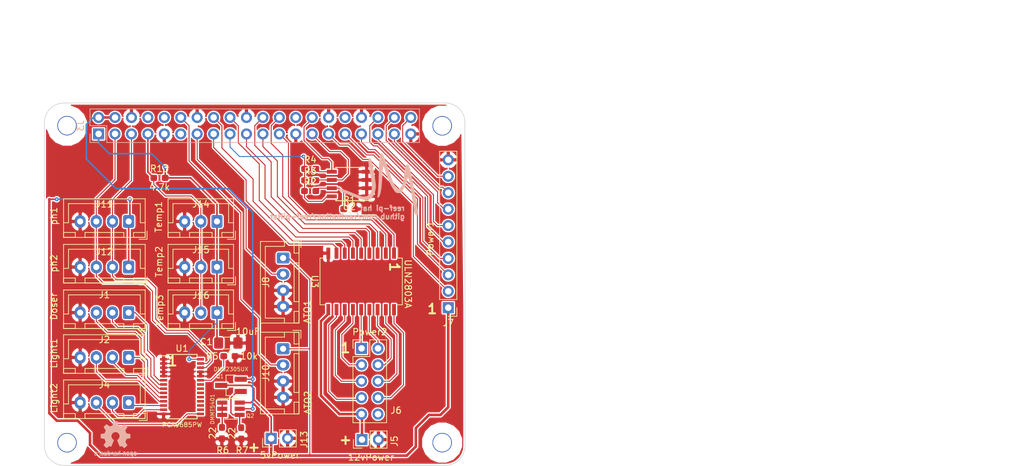
<source format=kicad_pcb>
(kicad_pcb (version 20171130) (host pcbnew "(5.0.1)-3")
  (layers (0 F.Cu signal) (31 B.Cu signal) (34 B.Paste user) (35 F.Paste user) (36 B.SilkS user) (37 F.SilkS user) (38 B.Mask user) (39 F.Mask user) (44 Edge.Cuts user))
  (net 0 "")
  (net 1 GND)
  (net 2 /ID_SD_EEPROM)
  (net 3 /ID_SC_EEPROM)
  (net 4 /P3V3_HAT)
  (net 5 /P5V)
  (net 6 "Net-(J3-Pad8)")
  (net 7 "Net-(J3-Pad10)")
  (net 8 "Net-(J3-Pad26)")
  (net 9 "Net-(J3-Pad32)")
  (net 10 "Net-(J1-Pad3)")
  (net 11 "Net-(J1-Pad2)")
  (net 12 "Net-(J1-Pad1)")
  (net 13 "Net-(J2-Pad1)")
  (net 14 "Net-(J2-Pad2)")
  (net 15 "Net-(J2-Pad3)")
  (net 16 /SDA)
  (net 17 /SCL)
  (net 18 /1WIRE)
  (net 19 /PA1)
  (net 20 /PA2)
  (net 21 /PA3)
  (net 22 /PA6)
  (net 23 /PA7)
  (net 24 /PA4)
  (net 25 /PA5)
  (net 26 /PA8)
  (net 27 /ATO2)
  (net 28 /ATO1)
  (net 29 /PB5)
  (net 30 /PB4)
  (net 31 /PB3)
  (net 32 /PB2)
  (net 33 /PB8)
  (net 34 /PB1)
  (net 35 /PB7)
  (net 36 /PB6)
  (net 37 "Net-(J4-Pad1)")
  (net 38 "Net-(J4-Pad2)")
  (net 39 "Net-(J4-Pad3)")
  (net 40 "Net-(R5-Pad1)")
  (net 41 "Net-(U1-Pad16)")
  (net 42 "Net-(U1-Pad17)")
  (net 43 "Net-(U1-Pad18)")
  (net 44 "Net-(U1-Pad22)")
  (net 45 "Net-(U1-Pad19)")
  (net 46 "Net-(U1-Pad20)")
  (net 47 "Net-(U1-Pad21)")
  (net 48 /12V)
  (net 49 "Net-(J6-Pad1)")
  (net 50 "Net-(J6-Pad2)")
  (net 51 "Net-(J6-Pad3)")
  (net 52 "Net-(J6-Pad4)")
  (net 53 "Net-(J6-Pad6)")
  (net 54 "Net-(J6-Pad7)")
  (net 55 "Net-(J6-Pad8)")
  (net 56 "Net-(J6-Pad10)")
  (net 57 "Net-(J6-Pad5)")
  (net 58 "Net-(J3-Pad11)")
  (net 59 /P5V_HAT)
  (net 60 "Net-(Q1-Pad1)")
  (net 61 "Net-(R1-Pad1)")
  (net 62 /P3V3)
  (net 63 "Net-(Q1-Pad4)")
  (module ml_logo:ML_Logo (layer B.Cu) (at 130.1115 73.279 180)
    (fp_text reference G*** hide)
    (fp_text value LOGO hide)
  )
  (module Connectors_JST:JST_XH_B03B-XH-A_1x03_P2.50mm_Vertical (layer F.Cu) (at 105.2195 86.1695 180)
    (fp_text reference J15 (at 2.4765 2.667 180) (layer F.SilkS))
    (fp_text value Temp2 (at 8.9535 0.8255 270) (layer F.SilkS))
    (pad 3 thru_hole oval (at 5 0 180) (size 1.7 1.95) (drill 0.95) (layers *.Cu *.Mask) (net 1 GND))
    (pad 2 thru_hole oval (at 2.5 0 180) (size 1.7 1.95) (drill 0.95) (layers *.Cu *.Mask) (net 18 /1WIRE))
    (pad 1 thru_hole roundrect (at 0 0 180) (size 1.7 1.95) (drill 0.95) (layers *.Cu *.Mask) (roundrect_rratio 0.147059) (net 4 /P3V3_HAT))
  )
  (module Connector_JST:JST_XH_B04B-XH-A_1x04_P2.50mm_Vertical (layer F.Cu) (at 91.567 100.1395 180)
    (fp_text reference J2 (at 3.75 2.7305 180) (layer F.SilkS))
    (fp_text value Light1 (at 11.557 0.635 270) (layer F.SilkS))
    (pad 1 thru_hole roundrect (at 0 0 180) (size 1.7 1.95) (drill 0.95) (layers *.Cu *.Mask) (roundrect_rratio 0.147059) (net 13 "Net-(J2-Pad1)"))
    (pad 2 thru_hole oval (at 2.5 0 180) (size 1.7 1.95) (drill 0.95) (layers *.Cu *.Mask) (net 14 "Net-(J2-Pad2)"))
    (pad 3 thru_hole oval (at 5 0 180) (size 1.7 1.95) (drill 0.95) (layers *.Cu *.Mask) (net 15 "Net-(J2-Pad3)"))
    (pad 4 thru_hole oval (at 7.5 0 180) (size 1.7 1.95) (drill 0.95) (layers *.Cu *.Mask) (net 1 GND))
  )
  (module Connector_PinSocket_2.54mm:PinSocket_2x20_P2.54mm_Vertical (layer B.Cu) (at 86.92 65.59 270)
    (fp_text reference J3 (at -1.27 2.77 270) (layer B.SilkS) (effects (justify mirror)))
    (fp_text value 40HAT)
    (pad 1 thru_hole rect (at 0 0 270) (size 1.7 1.7) (drill 1) (layers *.Cu *.Mask) (net 4 /P3V3_HAT))
    (pad 2 thru_hole oval (at -2.54 0 270) (size 1.7 1.7) (drill 1) (layers *.Cu *.Mask) (net 59 /P5V_HAT))
    (pad 3 thru_hole oval (at 0 -2.54 270) (size 1.7 1.7) (drill 1) (layers *.Cu *.Mask) (net 16 /SDA))
    (pad 4 thru_hole oval (at -2.54 -2.54 270) (size 1.7 1.7) (drill 1) (layers *.Cu *.Mask) (net 59 /P5V_HAT))
    (pad 5 thru_hole oval (at 0 -5.08 270) (size 1.7 1.7) (drill 1) (layers *.Cu *.Mask) (net 17 /SCL))
    (pad 6 thru_hole oval (at -2.54 -5.08 270) (size 1.7 1.7) (drill 1) (layers *.Cu *.Mask) (net 1 GND))
    (pad 7 thru_hole oval (at 0 -7.62 270) (size 1.7 1.7) (drill 1) (layers *.Cu *.Mask) (net 18 /1WIRE))
    (pad 8 thru_hole oval (at -2.54 -7.62 270) (size 1.7 1.7) (drill 1) (layers *.Cu *.Mask) (net 6 "Net-(J3-Pad8)"))
    (pad 9 thru_hole oval (at 0 -10.16 270) (size 1.7 1.7) (drill 1) (layers *.Cu *.Mask) (net 1 GND))
    (pad 10 thru_hole oval (at -2.54 -10.16 270) (size 1.7 1.7) (drill 1) (layers *.Cu *.Mask) (net 7 "Net-(J3-Pad10)"))
    (pad 11 thru_hole oval (at 0 -12.7 270) (size 1.7 1.7) (drill 1) (layers *.Cu *.Mask) (net 58 "Net-(J3-Pad11)"))
    (pad 12 thru_hole oval (at -2.54 -12.7 270) (size 1.7 1.7) (drill 1) (layers *.Cu *.Mask) (net 27 /ATO2))
    (pad 13 thru_hole oval (at 0 -15.24 270) (size 1.7 1.7) (drill 1) (layers *.Cu *.Mask) (net 28 /ATO1))
    (pad 14 thru_hole oval (at -2.54 -15.24 270) (size 1.7 1.7) (drill 1) (layers *.Cu *.Mask) (net 1 GND))
    (pad 15 thru_hole oval (at 0 -17.78 270) (size 1.7 1.7) (drill 1) (layers *.Cu *.Mask) (net 26 /PA8))
    (pad 16 thru_hole oval (at -2.54 -17.78 270) (size 1.7 1.7) (drill 1) (layers *.Cu *.Mask) (net 23 /PA7))
    (pad 17 thru_hole oval (at 0 -20.32 270) (size 1.7 1.7) (drill 1) (layers *.Cu *.Mask) (net 62 /P3V3))
    (pad 18 thru_hole oval (at -2.54 -20.32 270) (size 1.7 1.7) (drill 1) (layers *.Cu *.Mask) (net 22 /PA6))
    (pad 19 thru_hole oval (at 0 -22.86 270) (size 1.7 1.7) (drill 1) (layers *.Cu *.Mask) (net 25 /PA5))
    (pad 20 thru_hole oval (at -2.54 -22.86 270) (size 1.7 1.7) (drill 1) (layers *.Cu *.Mask) (net 1 GND))
    (pad 21 thru_hole oval (at 0 -25.4 270) (size 1.7 1.7) (drill 1) (layers *.Cu *.Mask) (net 21 /PA3))
    (pad 22 thru_hole oval (at -2.54 -25.4 270) (size 1.7 1.7) (drill 1) (layers *.Cu *.Mask) (net 24 /PA4))
    (pad 23 thru_hole oval (at 0 -27.94 270) (size 1.7 1.7) (drill 1) (layers *.Cu *.Mask) (net 19 /PA1))
    (pad 24 thru_hole oval (at -2.54 -27.94 270) (size 1.7 1.7) (drill 1) (layers *.Cu *.Mask) (net 20 /PA2))
    (pad 25 thru_hole oval (at 0 -30.48 270) (size 1.7 1.7) (drill 1) (layers *.Cu *.Mask) (net 1 GND))
    (pad 26 thru_hole oval (at -2.54 -30.48 270) (size 1.7 1.7) (drill 1) (layers *.Cu *.Mask) (net 8 "Net-(J3-Pad26)"))
    (pad 27 thru_hole oval (at 0 -33.02 270) (size 1.7 1.7) (drill 1) (layers *.Cu *.Mask) (net 2 /ID_SD_EEPROM))
    (pad 28 thru_hole oval (at -2.54 -33.02 270) (size 1.7 1.7) (drill 1) (layers *.Cu *.Mask) (net 3 /ID_SC_EEPROM))
    (pad 29 thru_hole oval (at 0 -35.56 270) (size 1.7 1.7) (drill 1) (layers *.Cu *.Mask) (net 33 /PB8))
    (pad 30 thru_hole oval (at -2.54 -35.56 270) (size 1.7 1.7) (drill 1) (layers *.Cu *.Mask) (net 1 GND))
    (pad 31 thru_hole oval (at 0 -38.1 270) (size 1.7 1.7) (drill 1) (layers *.Cu *.Mask) (net 35 /PB7))
    (pad 32 thru_hole oval (at -2.54 -38.1 270) (size 1.7 1.7) (drill 1) (layers *.Cu *.Mask) (net 9 "Net-(J3-Pad32)"))
    (pad 33 thru_hole oval (at 0 -40.64 270) (size 1.7 1.7) (drill 1) (layers *.Cu *.Mask) (net 36 /PB6))
    (pad 34 thru_hole oval (at -2.54 -40.64 270) (size 1.7 1.7) (drill 1) (layers *.Cu *.Mask) (net 1 GND))
    (pad 35 thru_hole oval (at 0 -43.18 270) (size 1.7 1.7) (drill 1) (layers *.Cu *.Mask) (net 30 /PB4))
    (pad 36 thru_hole oval (at -2.54 -43.18 270) (size 1.7 1.7) (drill 1) (layers *.Cu *.Mask) (net 29 /PB5))
    (pad 37 thru_hole oval (at 0 -45.72 270) (size 1.7 1.7) (drill 1) (layers *.Cu *.Mask) (net 32 /PB2))
    (pad 38 thru_hole oval (at -2.54 -45.72 270) (size 1.7 1.7) (drill 1) (layers *.Cu *.Mask) (net 31 /PB3))
    (pad 39 thru_hole oval (at 0 -48.26 270) (size 1.7 1.7) (drill 1) (layers *.Cu *.Mask) (net 1 GND))
    (pad 40 thru_hole oval (at -2.54 -48.26 270) (size 1.7 1.7) (drill 1) (layers *.Cu *.Mask) (net 34 /PB1))
  )
  (module project_footprints:NPTH_3mm_ID (layer F.Cu) (at 82.04 64.31)
    (fp_text reference H1 (at 0.06 0.09) (layer F.SilkS))
    (fp_text value 3mm_Mounting_Hole hide)
    (pad "" np_thru_hole circle (at 0 0) (size 3 3) (drill 2.75) (layers *.Cu *.Mask) (clearance 1.6))
  )
  (module project_footprints:NPTH_3mm_ID (layer F.Cu) (at 140.04 64.33)
    (fp_text reference H2 (at 0.06 0.09) (layer F.SilkS))
    (fp_text value 3mm_Mounting_Hole hide)
    (pad "" np_thru_hole circle (at 0 0) (size 3 3) (drill 2.75) (layers *.Cu *.Mask) (clearance 1.6))
  )
  (module project_footprints:NPTH_3mm_ID (layer F.Cu) (at 82.04 113.32)
    (fp_text reference H3 (at 0.06 0.09) (layer F.SilkS))
    (fp_text value 3mm_Mounting_Hole hide)
    (pad "" np_thru_hole circle (at 0 0) (size 3 3) (drill 2.75) (layers *.Cu *.Mask) (clearance 1.6))
  )
  (module project_footprints:NPTH_3mm_ID (layer F.Cu) (at 140.03 113.31)
    (fp_text reference H4 (at 0.06 0.09) (layer F.SilkS))
    (fp_text value 3mm_Mounting_Hole hide)
    (pad "" np_thru_hole circle (at 0 0) (size 3 3) (drill 2.75) (layers *.Cu *.Mask) (clearance 1.6))
  )
  (module Connector_JST:JST_XH_B04B-XH-A_1x04_P2.50mm_Vertical (layer F.Cu) (at 91.567 93.218 180)
    (fp_text reference J1 (at 3.75 2.75 180) (layer F.SilkS))
    (fp_text value Doser (at 11.557 0.9525 270) (layer F.SilkS))
    (pad 4 thru_hole oval (at 7.5 0 180) (size 1.7 1.95) (drill 0.95) (layers *.Cu *.Mask) (net 1 GND))
    (pad 3 thru_hole oval (at 5 0 180) (size 1.7 1.95) (drill 0.95) (layers *.Cu *.Mask) (net 10 "Net-(J1-Pad3)"))
    (pad 2 thru_hole oval (at 2.5 0 180) (size 1.7 1.95) (drill 0.95) (layers *.Cu *.Mask) (net 11 "Net-(J1-Pad2)"))
    (pad 1 thru_hole roundrect (at 0 0 180) (size 1.7 1.95) (drill 0.95) (layers *.Cu *.Mask) (roundrect_rratio 0.147059) (net 12 "Net-(J1-Pad1)"))
  )
  (module Connectors_JST:JST_XH_B04B-XH-A_1x04_P2.50mm_Vertical (layer F.Cu) (at 91.567 107.1245 180)
    (fp_text reference J4 (at 3.7465 2.7305 180) (layer F.SilkS))
    (fp_text value Light2 (at 11.557 0.6985 270) (layer F.SilkS))
    (pad 1 thru_hole roundrect (at 0 0 180) (size 1.7 1.95) (drill 0.95) (layers *.Cu *.Mask) (roundrect_rratio 0.147059) (net 37 "Net-(J4-Pad1)"))
    (pad 2 thru_hole oval (at 2.5 0 180) (size 1.7 1.95) (drill 0.95) (layers *.Cu *.Mask) (net 38 "Net-(J4-Pad2)"))
    (pad 3 thru_hole oval (at 5 0 180) (size 1.7 1.95) (drill 0.95) (layers *.Cu *.Mask) (net 39 "Net-(J4-Pad3)"))
    (pad 4 thru_hole oval (at 7.5 0 180) (size 1.7 1.95) (drill 0.95) (layers *.Cu *.Mask) (net 1 GND))
  )
  (module Connectors_JST:JST_XH_B04B-XH-A_1x04_P2.50mm_Vertical (layer F.Cu) (at 115.443 84.7725 270)
    (fp_text reference J8 (at 3.7465 2.667 270) (layer F.SilkS))
    (fp_text value ATO1 (at 8.3185 -3.7465 270) (layer F.SilkS))
    (pad 1 thru_hole roundrect (at 0 0 270) (size 1.7 1.95) (drill 0.95) (layers *.Cu *.Mask) (roundrect_rratio 0.147059) (net 5 /P5V))
    (pad 2 thru_hole oval (at 2.5 0 270) (size 1.7 1.95) (drill 0.95) (layers *.Cu *.Mask) (net 28 /ATO1))
    (pad 3 thru_hole oval (at 5 0 270) (size 1.7 1.95) (drill 0.95) (layers *.Cu *.Mask) (net 1 GND))
    (pad 4 thru_hole oval (at 7.5 0 270) (size 1.7 1.95) (drill 0.95) (layers *.Cu *.Mask) (net 1 GND))
  )
  (module Connectors_JST:JST_XH_B04B-XH-A_1x04_P2.50mm_Vertical (layer F.Cu) (at 115.443 98.806 270)
    (fp_text reference J10 (at 3.7465 2.667 270) (layer F.SilkS))
    (fp_text value ATO2 (at 8.3185 -3.81 270) (layer F.SilkS))
    (pad 4 thru_hole oval (at 7.5 0 270) (size 1.7 1.95) (drill 0.95) (layers *.Cu *.Mask) (net 1 GND))
    (pad 3 thru_hole oval (at 5 0 270) (size 1.7 1.95) (drill 0.95) (layers *.Cu *.Mask) (net 1 GND))
    (pad 2 thru_hole oval (at 2.5 0 270) (size 1.7 1.95) (drill 0.95) (layers *.Cu *.Mask) (net 27 /ATO2))
    (pad 1 thru_hole roundrect (at 0 0 270) (size 1.7 1.95) (drill 0.95) (layers *.Cu *.Mask) (roundrect_rratio 0.147059) (net 5 /P5V))
  )
  (module Connectors_JST:JST_XH_B04B-XH-A_1x04_P2.50mm_Vertical (layer F.Cu) (at 91.567 79.121 180)
    (fp_text reference J11 (at 3.75 2.667 180) (layer F.SilkS))
    (fp_text value ph1 (at 11.557 0.8255 270) (layer F.SilkS))
    (pad 1 thru_hole roundrect (at 0 0 180) (size 1.7 1.95) (drill 0.95) (layers *.Cu *.Mask) (roundrect_rratio 0.147059) (net 5 /P5V))
    (pad 2 thru_hole oval (at 2.5 0 180) (size 1.7 1.95) (drill 0.95) (layers *.Cu *.Mask) (net 17 /SCL))
    (pad 3 thru_hole oval (at 5 0 180) (size 1.7 1.95) (drill 0.95) (layers *.Cu *.Mask) (net 16 /SDA))
    (pad 4 thru_hole oval (at 7.5 0 180) (size 1.7 1.95) (drill 0.95) (layers *.Cu *.Mask) (net 1 GND))
  )
  (module Connectors_JST:JST_XH_B04B-XH-A_1x04_P2.50mm_Vertical (layer F.Cu) (at 91.567 86.1695 180)
    (fp_text reference J12 (at 3.7465 2.3495 180) (layer F.SilkS))
    (fp_text value ph2 (at 11.557 0.5715 270) (layer F.SilkS))
    (pad 4 thru_hole oval (at 7.5 0 180) (size 1.7 1.95) (drill 0.95) (layers *.Cu *.Mask) (net 1 GND))
    (pad 3 thru_hole oval (at 5 0 180) (size 1.7 1.95) (drill 0.95) (layers *.Cu *.Mask) (net 16 /SDA))
    (pad 2 thru_hole oval (at 2.5 0 180) (size 1.7 1.95) (drill 0.95) (layers *.Cu *.Mask) (net 17 /SCL))
    (pad 1 thru_hole roundrect (at 0 0 180) (size 1.7 1.95) (drill 0.95) (layers *.Cu *.Mask) (roundrect_rratio 0.147059) (net 5 /P5V))
  )
  (module Connector_PinHeader_2.54mm:PinHeader_1x02_P2.54mm_Vertical (layer F.Cu) (at 113.6015 112.649 90)
    (fp_text reference J13 (at -0.1905 5.08 270) (layer F.SilkS))
    (fp_text value 5vPower (at -2.6035 1.3335 180) (layer F.SilkS))
    (pad 1 thru_hole rect (at 0 0 90) (size 1.7 1.7) (drill 1) (layers *.Cu *.Mask) (net 5 /P5V))
    (pad 2 thru_hole oval (at 0 2.54 90) (size 1.7 1.7) (drill 1) (layers *.Cu *.Mask) (net 1 GND))
  )
  (module Connectors_JST:JST_XH_B03B-XH-A_1x03_P2.50mm_Vertical (layer F.Cu) (at 105.2195 79.121 180)
    (fp_text reference J14 (at 2.4765 2.667 180) (layer F.SilkS))
    (fp_text value Temp1 (at 9.017 0.6985 270) (layer F.SilkS))
    (pad 1 thru_hole roundrect (at 0 0 180) (size 1.7 1.95) (drill 0.95) (layers *.Cu *.Mask) (roundrect_rratio 0.147059) (net 4 /P3V3_HAT))
    (pad 2 thru_hole oval (at 2.5 0 180) (size 1.7 1.95) (drill 0.95) (layers *.Cu *.Mask) (net 18 /1WIRE))
    (pad 3 thru_hole oval (at 5 0 180) (size 1.7 1.95) (drill 0.95) (layers *.Cu *.Mask) (net 1 GND))
  )
  (module Connectors_JST:JST_XH_B03B-XH-A_1x03_P2.50mm_Vertical (layer F.Cu) (at 105.2195 93.218 180)
    (fp_text reference J16 (at 2.4765 2.667 180) (layer F.SilkS))
    (fp_text value Temp3 (at 8.8265 0.381 270) (layer F.SilkS))
    (pad 1 thru_hole roundrect (at 0 0 180) (size 1.7 1.95) (drill 0.95) (layers *.Cu *.Mask) (roundrect_rratio 0.147059) (net 4 /P3V3_HAT))
    (pad 2 thru_hole oval (at 2.5 0 180) (size 1.7 1.95) (drill 0.95) (layers *.Cu *.Mask) (net 18 /1WIRE))
    (pad 3 thru_hole oval (at 5 0 180) (size 1.7 1.95) (drill 0.95) (layers *.Cu *.Mask) (net 1 GND))
  )
  (module Resistor_SMD:R_0603_1608Metric_Pad1.05x0.95mm_HandSolder (layer F.Cu) (at 107.1385 99.949)
    (fp_text reference R5 (at -2.667 0) (layer F.SilkS))
    (fp_text value 10k (at 3.034 0) (layer F.SilkS))
    (pad 1 smd roundrect (at -0.875 0) (size 1.05 0.95) (layers F.Cu F.Paste F.Mask) (net 40 "Net-(R5-Pad1)"))
    (pad 2 smd roundrect (at 0.875 0) (size 1.05 0.95) (layers F.Cu F.Paste F.Mask) (net 1 GND))
  )
  (module Resistor_SMD:R_0603_1608Metric_Pad1.05x0.95mm_HandSolder (layer F.Cu) (at 96.3295 72.39)
    (fp_text reference R13 (at 0 -1.43) (layer F.SilkS))
    (fp_text value 4.7k (at 0 1.43) (layer F.SilkS))
    (pad 2 smd roundrect (at 0.875 0) (size 1.05 0.95) (layers F.Cu F.Paste F.Mask) (net 4 /P3V3_HAT))
    (pad 1 smd roundrect (at -0.875 0) (size 1.05 0.95) (layers F.Cu F.Paste F.Mask) (net 18 /1WIRE))
  )
  (module Package_SO:TSSOP-28_4.4x9.7mm_P0.65mm (layer F.Cu) (at 99.822 104.648)
    (fp_text reference U1 (at 0 -5.9) (layer F.SilkS))
    (fp_text value PCA9685PW (at 0 5.9) (layer F.SilkS) (effects (font (size 0.7 0.7) (thickness 0.1))))
    (pad 1 smd rect (at -2.85 -4.225) (size 1.1 0.4) (layers F.Cu F.Paste F.Mask) (net 1 GND))
    (pad 2 smd rect (at -2.85 -3.575) (size 1.1 0.4) (layers F.Cu F.Paste F.Mask) (net 1 GND))
    (pad 3 smd rect (at -2.85 -2.925) (size 1.1 0.4) (layers F.Cu F.Paste F.Mask) (net 1 GND))
    (pad 4 smd rect (at -2.85 -2.275) (size 1.1 0.4) (layers F.Cu F.Paste F.Mask) (net 1 GND))
    (pad 5 smd rect (at -2.85 -1.625) (size 1.1 0.4) (layers F.Cu F.Paste F.Mask) (net 1 GND))
    (pad 6 smd rect (at -2.85 -0.975) (size 1.1 0.4) (layers F.Cu F.Paste F.Mask) (net 12 "Net-(J1-Pad1)"))
    (pad 7 smd rect (at -2.85 -0.325) (size 1.1 0.4) (layers F.Cu F.Paste F.Mask) (net 11 "Net-(J1-Pad2)"))
    (pad 8 smd rect (at -2.85 0.325) (size 1.1 0.4) (layers F.Cu F.Paste F.Mask) (net 10 "Net-(J1-Pad3)"))
    (pad 9 smd rect (at -2.85 0.975) (size 1.1 0.4) (layers F.Cu F.Paste F.Mask) (net 13 "Net-(J2-Pad1)"))
    (pad 10 smd rect (at -2.85 1.625) (size 1.1 0.4) (layers F.Cu F.Paste F.Mask) (net 14 "Net-(J2-Pad2)"))
    (pad 11 smd rect (at -2.85 2.275) (size 1.1 0.4) (layers F.Cu F.Paste F.Mask) (net 15 "Net-(J2-Pad3)"))
    (pad 12 smd rect (at -2.85 2.925) (size 1.1 0.4) (layers F.Cu F.Paste F.Mask) (net 37 "Net-(J4-Pad1)"))
    (pad 13 smd rect (at -2.85 3.575) (size 1.1 0.4) (layers F.Cu F.Paste F.Mask) (net 38 "Net-(J4-Pad2)"))
    (pad 14 smd rect (at -2.85 4.225) (size 1.1 0.4) (layers F.Cu F.Paste F.Mask) (net 1 GND))
    (pad 15 smd rect (at 2.85 4.225) (size 1.1 0.4) (layers F.Cu F.Paste F.Mask) (net 39 "Net-(J4-Pad3)"))
    (pad 16 smd rect (at 2.85 3.575) (size 1.1 0.4) (layers F.Cu F.Paste F.Mask) (net 41 "Net-(U1-Pad16)"))
    (pad 17 smd rect (at 2.85 2.925) (size 1.1 0.4) (layers F.Cu F.Paste F.Mask) (net 42 "Net-(U1-Pad17)"))
    (pad 18 smd rect (at 2.85 2.275) (size 1.1 0.4) (layers F.Cu F.Paste F.Mask) (net 43 "Net-(U1-Pad18)"))
    (pad 19 smd rect (at 2.85 1.625) (size 1.1 0.4) (layers F.Cu F.Paste F.Mask) (net 45 "Net-(U1-Pad19)"))
    (pad 20 smd rect (at 2.85 0.975) (size 1.1 0.4) (layers F.Cu F.Paste F.Mask) (net 46 "Net-(U1-Pad20)"))
    (pad 21 smd rect (at 2.85 0.325) (size 1.1 0.4) (layers F.Cu F.Paste F.Mask) (net 47 "Net-(U1-Pad21)"))
    (pad 22 smd rect (at 2.85 -0.325) (size 1.1 0.4) (layers F.Cu F.Paste F.Mask) (net 44 "Net-(U1-Pad22)"))
    (pad 23 smd rect (at 2.85 -0.975) (size 1.1 0.4) (layers F.Cu F.Paste F.Mask) (net 40 "Net-(R5-Pad1)"))
    (pad 24 smd rect (at 2.85 -1.625) (size 1.1 0.4) (layers F.Cu F.Paste F.Mask) (net 1 GND))
    (pad 25 smd rect (at 2.85 -2.275) (size 1.1 0.4) (layers F.Cu F.Paste F.Mask) (net 1 GND))
    (pad 26 smd rect (at 2.85 -2.925) (size 1.1 0.4) (layers F.Cu F.Paste F.Mask) (net 17 /SCL))
    (pad 27 smd rect (at 2.85 -3.575) (size 1.1 0.4) (layers F.Cu F.Paste F.Mask) (net 16 /SDA))
    (pad 28 smd rect (at 2.85 -4.225) (size 1.1 0.4) (layers F.Cu F.Paste F.Mask) (net 4 /P3V3_HAT))
  )
  (module Package_SO:SOP-18_7.0x12.5mm_P1.27mm (layer F.Cu) (at 127.508 88.392 270)
    (fp_text reference U3 (at 0 7.1755 270 unlocked) (layer F.SilkS))
    (fp_text value ULN2803A (at 0.381 -7.239 270 unlocked) (layer F.SilkS))
    (pad 1 smd rect (at -4.3625 -5.08 270) (size 1.725 0.6) (layers F.Cu F.Paste F.Mask) (net 19 /PA1))
    (pad 2 smd rect (at -4.3625 -3.81 270) (size 1.725 0.6) (layers F.Cu F.Paste F.Mask) (net 20 /PA2))
    (pad 3 smd rect (at -4.3625 -2.54 270) (size 1.725 0.6) (layers F.Cu F.Paste F.Mask) (net 21 /PA3))
    (pad 4 smd rect (at -4.3625 -1.27 270) (size 1.725 0.6) (layers F.Cu F.Paste F.Mask) (net 24 /PA4))
    (pad 5 smd rect (at -4.3625 0 270) (size 1.725 0.6) (layers F.Cu F.Paste F.Mask) (net 25 /PA5))
    (pad 6 smd rect (at -4.3625 1.27 270) (size 1.725 0.6) (layers F.Cu F.Paste F.Mask) (net 22 /PA6))
    (pad 7 smd rect (at -4.3625 2.54 270) (size 1.725 0.6) (layers F.Cu F.Paste F.Mask) (net 23 /PA7))
    (pad 8 smd rect (at -4.3625 3.81 270) (size 1.725 0.6) (layers F.Cu F.Paste F.Mask) (net 26 /PA8))
    (pad 9 smd rect (at -4.3625 5.08 270) (size 1.725 0.6) (layers F.Cu F.Paste F.Mask) (net 1 GND))
    (pad 18 smd rect (at 4.3625 -5.08 270) (size 1.725 0.6) (layers F.Cu F.Paste F.Mask) (net 55 "Net-(J6-Pad8)"))
    (pad 17 smd rect (at 4.3625 -3.81 270) (size 1.725 0.6) (layers F.Cu F.Paste F.Mask) (net 53 "Net-(J6-Pad6)"))
    (pad 16 smd rect (at 4.3625 -2.54 270) (size 1.725 0.6) (layers F.Cu F.Paste F.Mask) (net 52 "Net-(J6-Pad4)"))
    (pad 15 smd rect (at 4.3625 -1.27 270) (size 1.725 0.6) (layers F.Cu F.Paste F.Mask) (net 50 "Net-(J6-Pad2)"))
    (pad 14 smd rect (at 4.3625 0 270) (size 1.725 0.6) (layers F.Cu F.Paste F.Mask) (net 49 "Net-(J6-Pad1)"))
    (pad 13 smd rect (at 4.3625 1.27 270) (size 1.725 0.6) (layers F.Cu F.Paste F.Mask) (net 51 "Net-(J6-Pad3)"))
    (pad 12 smd rect (at 4.3625 2.54 270) (size 1.725 0.6) (layers F.Cu F.Paste F.Mask) (net 57 "Net-(J6-Pad5)"))
    (pad 11 smd rect (at 4.3625 3.81 270) (size 1.725 0.6) (layers F.Cu F.Paste F.Mask) (net 54 "Net-(J6-Pad7)"))
    (pad 10 smd rect (at 4.3625 5.08 270) (size 1.725 0.6) (layers F.Cu F.Paste F.Mask) (net 48 /12V))
  )
  (module Capacitor_SMD:C_1206_3216Metric_Pad1.42x1.75mm_HandSolder (layer F.Cu) (at 106.9705 97.917)
    (fp_text reference C1 (at -3.402 -0.1905) (layer F.SilkS))
    (fp_text value 10uF (at 3.0115 -1.778) (layer F.SilkS))
    (pad 1 smd roundrect (at -1.4875 0) (size 1.425 1.75) (layers F.Cu F.Paste F.Mask) (roundrect_rratio 0.175439) (net 4 /P3V3_HAT))
    (pad 2 smd roundrect (at 1.4875 0) (size 1.425 1.75) (layers F.Cu F.Paste F.Mask) (roundrect_rratio 0.175439) (net 1 GND))
  )
  (module Connector_PinHeader_2.54mm:PinHeader_1x10_P2.54mm_Vertical (layer F.Cu) (at 140.97 92.456 180)
    (fp_text reference J7 (at 0 -2.33 180) (layer F.SilkS))
    (fp_text value Power1 (at 2.794 10.7315 270) (layer F.SilkS))
    (pad 1 thru_hole rect (at 0 0 180) (size 1.7 1.7) (drill 1) (layers *.Cu *.Mask) (net 5 /P5V))
    (pad 2 thru_hole oval (at 0 2.54 180) (size 1.7 1.7) (drill 1) (layers *.Cu *.Mask) (net 33 /PB8))
    (pad 3 thru_hole oval (at 0 5.08 180) (size 1.7 1.7) (drill 1) (layers *.Cu *.Mask) (net 35 /PB7))
    (pad 4 thru_hole oval (at 0 7.62 180) (size 1.7 1.7) (drill 1) (layers *.Cu *.Mask) (net 36 /PB6))
    (pad 5 thru_hole oval (at 0 10.16 180) (size 1.7 1.7) (drill 1) (layers *.Cu *.Mask) (net 29 /PB5))
    (pad 6 thru_hole oval (at 0 12.7 180) (size 1.7 1.7) (drill 1) (layers *.Cu *.Mask) (net 30 /PB4))
    (pad 7 thru_hole oval (at 0 15.24 180) (size 1.7 1.7) (drill 1) (layers *.Cu *.Mask) (net 31 /PB3))
    (pad 8 thru_hole oval (at 0 17.78 180) (size 1.7 1.7) (drill 1) (layers *.Cu *.Mask) (net 32 /PB2))
    (pad 9 thru_hole oval (at 0 20.32 180) (size 1.7 1.7) (drill 1) (layers *.Cu *.Mask) (net 34 /PB1))
    (pad 10 thru_hole oval (at 0 22.86 180) (size 1.7 1.7) (drill 1) (layers *.Cu *.Mask) (net 1 GND))
  )
  (module Connector_PinHeader_2.54mm:PinHeader_1x02_P2.54mm_Vertical (layer F.Cu) (at 127.635 112.8395 90)
    (fp_text reference J5 (at -0.254 5.0165 90) (layer F.SilkS))
    (fp_text value 12vPower (at -2.7305 1.397 180) (layer F.SilkS))
    (pad 1 thru_hole rect (at 0 0 90) (size 1.7 1.7) (drill 1) (layers *.Cu *.Mask) (net 48 /12V))
    (pad 2 thru_hole oval (at 0 2.54 90) (size 1.7 1.7) (drill 1) (layers *.Cu *.Mask) (net 1 GND))
  )
  (module Connector_PinHeader_2.54mm:PinHeader_2x05_P2.54mm_Vertical (layer F.Cu) (at 127.5715 98.7425)
    (fp_text reference J6 (at 5.334 9.5885) (layer F.SilkS))
    (fp_text value Power2 (at 1.27 -2.54) (layer F.SilkS))
    (pad 1 thru_hole rect (at 0 0) (size 1.7 1.7) (drill 1) (layers *.Cu *.Mask) (net 49 "Net-(J6-Pad1)"))
    (pad 2 thru_hole oval (at 2.54 0) (size 1.7 1.7) (drill 1) (layers *.Cu *.Mask) (net 50 "Net-(J6-Pad2)"))
    (pad 3 thru_hole oval (at 0 2.54) (size 1.7 1.7) (drill 1) (layers *.Cu *.Mask) (net 51 "Net-(J6-Pad3)"))
    (pad 4 thru_hole oval (at 2.54 2.54) (size 1.7 1.7) (drill 1) (layers *.Cu *.Mask) (net 52 "Net-(J6-Pad4)"))
    (pad 5 thru_hole oval (at 0 5.08) (size 1.7 1.7) (drill 1) (layers *.Cu *.Mask) (net 57 "Net-(J6-Pad5)"))
    (pad 6 thru_hole oval (at 2.54 5.08) (size 1.7 1.7) (drill 1) (layers *.Cu *.Mask) (net 53 "Net-(J6-Pad6)"))
    (pad 7 thru_hole oval (at 0 7.62) (size 1.7 1.7) (drill 1) (layers *.Cu *.Mask) (net 54 "Net-(J6-Pad7)"))
    (pad 8 thru_hole oval (at 2.54 7.62) (size 1.7 1.7) (drill 1) (layers *.Cu *.Mask) (net 55 "Net-(J6-Pad8)"))
    (pad 9 thru_hole oval (at 0 10.16) (size 1.7 1.7) (drill 1) (layers *.Cu *.Mask) (net 48 /12V))
    (pad 10 thru_hole oval (at 2.54 10.16) (size 1.7 1.7) (drill 1) (layers *.Cu *.Mask) (net 56 "Net-(J6-Pad10)"))
  )
  (module Symbol:OSHW-Logo2_7.3x6mm_SilkScreen (layer B.Cu) (at 89.535 112.776 180)
    (fp_text reference REF** hide)
    (fp_text value OSHW-Logo2_7.3x6mm_SilkScreen hide)
  )
  (module Package_TO_SOT_SMD:SOT-23-6_Handsoldering (layer F.Cu) (at 107.3785 108.077)
    (fp_text reference Q1 (at -1.7145 -5.0165 180) (layer F.SilkS) (effects (font (size 0.6 0.6) (thickness 0.08))))
    (fp_text value DMMT5401 (at -2.8575 0.0635 90 unlocked) (layer F.SilkS) (effects (font (size 0.6 0.6) (thickness 0.08))))
    (pad 1 smd rect (at -1.35 -0.95) (size 1.56 0.65) (layers F.Cu F.Paste F.Mask) (net 60 "Net-(Q1-Pad1)"))
    (pad 2 smd rect (at -1.35 0) (size 1.56 0.65) (layers F.Cu F.Paste F.Mask) (net 60 "Net-(Q1-Pad1)"))
    (pad 3 smd rect (at -1.35 0.95) (size 1.56 0.65) (layers F.Cu F.Paste F.Mask) (net 60 "Net-(Q1-Pad1)"))
    (pad 4 smd rect (at 1.35 0.95) (size 1.56 0.65) (layers F.Cu F.Paste F.Mask) (net 63 "Net-(Q1-Pad4)"))
    (pad 6 smd rect (at 1.35 -0.95) (size 1.56 0.65) (layers F.Cu F.Paste F.Mask) (net 5 /P5V))
    (pad 5 smd rect (at 1.35 0) (size 1.56 0.65) (layers F.Cu F.Paste F.Mask) (net 59 /P5V_HAT))
  )
  (module Package_TO_SOT_SMD:SOT-23_Handsoldering (layer F.Cu) (at 107.3785 104.4575 180)
    (fp_text reference Q2 (at -2.9845 -4.699 180) (layer F.SilkS) (effects (font (size 0.6 0.6) (thickness 0.08))))
    (fp_text value DMG2305UX (at 0 2.5 180) (layer F.SilkS) (effects (font (size 0.6 0.6) (thickness 0.08))))
    (pad 1 smd rect (at -1.5 -0.95 180) (size 1.9 0.8) (layers F.Cu F.Paste F.Mask) (net 63 "Net-(Q1-Pad4)"))
    (pad 2 smd rect (at -1.5 0.95 180) (size 1.9 0.8) (layers F.Cu F.Paste F.Mask) (net 59 /P5V_HAT))
    (pad 3 smd rect (at 1.5 0 180) (size 1.9 0.8) (layers F.Cu F.Paste F.Mask) (net 5 /P5V))
  )
  (module Package_SO:SOIC-8_3.9x4.9mm_P1.27mm (layer F.Cu) (at 125.6665 73.3425 180)
    (fp_text reference U2 (at 0 -3.5 180) (layer F.SilkS))
    (fp_text value CAT24C32)
    (pad 1 smd rect (at -2.7 -1.905 180) (size 1.55 0.6) (layers F.Cu F.Paste F.Mask) (net 1 GND))
    (pad 2 smd rect (at -2.7 -0.635 180) (size 1.55 0.6) (layers F.Cu F.Paste F.Mask) (net 1 GND))
    (pad 3 smd rect (at -2.7 0.635 180) (size 1.55 0.6) (layers F.Cu F.Paste F.Mask) (net 1 GND))
    (pad 4 smd rect (at -2.7 1.905 180) (size 1.55 0.6) (layers F.Cu F.Paste F.Mask) (net 1 GND))
    (pad 5 smd rect (at 2.7 1.905 180) (size 1.55 0.6) (layers F.Cu F.Paste F.Mask) (net 3 /ID_SC_EEPROM))
    (pad 6 smd rect (at 2.7 0.635 180) (size 1.55 0.6) (layers F.Cu F.Paste F.Mask) (net 2 /ID_SD_EEPROM))
    (pad 7 smd rect (at 2.7 -0.635 180) (size 1.55 0.6) (layers F.Cu F.Paste F.Mask) (net 61 "Net-(R1-Pad1)"))
    (pad 8 smd rect (at 2.7 -1.905 180) (size 1.55 0.6) (layers F.Cu F.Paste F.Mask) (net 62 /P3V3))
  )
  (module Resistor_SMD:R_0603_1608Metric_Pad1.05x0.95mm_HandSolder (layer F.Cu) (at 125.6805 77.216)
    (fp_text reference R1 (at 0 -1.43) (layer F.SilkS))
    (fp_text value DNP)
    (pad 1 smd roundrect (at -0.875 0) (size 1.05 0.95) (layers F.Cu F.Paste F.Mask) (net 61 "Net-(R1-Pad1)"))
    (pad 2 smd roundrect (at 0.875 0) (size 1.05 0.95) (layers F.Cu F.Paste F.Mask) (net 1 GND))
  )
  (module Resistor_SMD:R_0603_1608Metric_Pad1.05x0.95mm_HandSolder (layer F.Cu) (at 119.62 74.422)
    (fp_text reference R2 (at 0 -1.43) (layer F.SilkS))
    (fp_text value 10K)
    (pad 2 smd roundrect (at 0.875 0) (size 1.05 0.95) (layers F.Cu F.Paste F.Mask) (net 61 "Net-(R1-Pad1)"))
    (pad 1 smd roundrect (at -0.875 0) (size 1.05 0.95) (layers F.Cu F.Paste F.Mask) (net 62 /P3V3))
  )
  (module Resistor_SMD:R_0603_1608Metric_Pad1.05x0.95mm_HandSolder (layer F.Cu) (at 119.634 72.771)
    (fp_text reference R3 (at 0 -1.43) (layer F.SilkS))
    (fp_text value 3.9K)
    (pad 2 smd roundrect (at 0.875 0) (size 1.05 0.95) (layers F.Cu F.Paste F.Mask) (net 2 /ID_SD_EEPROM))
    (pad 1 smd roundrect (at -0.875 0) (size 1.05 0.95) (layers F.Cu F.Paste F.Mask) (net 62 /P3V3))
  )
  (module Resistor_SMD:R_0603_1608Metric_Pad1.05x0.95mm_HandSolder (layer F.Cu) (at 119.634 70.993)
    (fp_text reference R4 (at 0 -1.43) (layer F.SilkS))
    (fp_text value 3.9K)
    (pad 1 smd roundrect (at -0.875 0) (size 1.05 0.95) (layers F.Cu F.Paste F.Mask) (net 62 /P3V3))
    (pad 2 smd roundrect (at 0.875 0) (size 1.05 0.95) (layers F.Cu F.Paste F.Mask) (net 3 /ID_SC_EEPROM))
  )
  (module Resistor_SMD:R_0603_1608Metric_Pad1.05x0.95mm_HandSolder (layer F.Cu) (at 105.9815 111.8375 270)
    (fp_text reference R6 (at 2.653 -0.127) (layer F.SilkS))
    (fp_text value 22 (at 0 1.43 270) (layer F.SilkS))
    (pad 2 smd roundrect (at 0.875 0 270) (size 1.05 0.95) (layers F.Cu F.Paste F.Mask) (net 1 GND))
    (pad 1 smd roundrect (at -0.875 0 270) (size 1.05 0.95) (layers F.Cu F.Paste F.Mask) (net 60 "Net-(Q1-Pad1)"))
  )
  (module Resistor_SMD:R_0603_1608Metric_Pad1.05x0.95mm_HandSolder (layer F.Cu) (at 108.966 111.873 270)
    (fp_text reference R7 (at 2.6175 -0.127) (layer F.SilkS))
    (fp_text value 22 (at 0 1.43 270) (layer F.SilkS))
    (pad 1 smd roundrect (at -0.875 0 270) (size 1.05 0.95) (layers F.Cu F.Paste F.Mask) (net 63 "Net-(Q1-Pad4)"))
    (pad 2 smd roundrect (at 0.875 0 270) (size 1.05 0.95) (layers F.Cu F.Paste F.Mask) (net 1 GND))
  )
  (gr_text "reef-pi hat\ngithub.com/ranthalion/reef-piHat" (at 134.366 77.724) (layer B.SilkS) (effects (font (size 0.8 0.8) (thickness 0.2)) (justify left mirror)))
  (gr_text 1 (at 132.6515 86.1695 270) (layer F.SilkS) (effects (font (size 1.5 1.5) (thickness 0.3))))
  (gr_text 1 (at 98.3615 100.711) (layer F.SilkS) (effects (font (size 1.5 1.5) (thickness 0.3))))
  (gr_text 1 (at 138.4935 92.6465) (layer F.SilkS) (effects (font (size 1.5 1.5) (thickness 0.3))))
  (gr_text 1 (at 125.095 98.679) (layer F.SilkS) (effects (font (size 1.5 1.5) (thickness 0.3))))
  (gr_text + (at 110.9345 113.9825) (layer F.SilkS) (effects (font (size 1.5 1.5) (thickness 0.3))))
  (gr_text + (at 125.095 112.8395) (layer F.SilkS) (effects (font (size 1.5 1.5) (thickness 0.3))))
  (gr_line (start 78.546356 63.817611) (end 78.546356 113.817611) (layer Edge.Cuts) (width 0.1))
  (gr_arc (start 81.546356 63.817611) (end 81.546356 60.817611) (angle -90) (layer Edge.Cuts) (width 0.1))
  (gr_line (start 140.546356 60.817611) (end 81.546356 60.817611) (layer Edge.Cuts) (width 0.1))
  (gr_arc (start 140.546356 63.817611) (end 143.546356 63.817611) (angle -90) (layer Edge.Cuts) (width 0.1))
  (gr_line (start 143.546356 113.817611) (end 143.546356 63.817611) (layer Edge.Cuts) (width 0.1))
  (gr_arc (start 81.546356 113.817611) (end 78.546356 113.817611) (angle -90) (layer Edge.Cuts) (width 0.1))
  (gr_line (start 81.546356 116.817611) (end 140.546356 116.817611) (layer Edge.Cuts) (width 0.1))
  (gr_arc (start 140.546356 113.817611) (end 140.546356 116.817611) (angle -89.9) (layer Edge.Cuts) (width 0.1))
  (segment (start 96.972 103.023) (end 96.972 102.373) (width 0.25) (layer F.Cu) (net 1))
  (segment (start 115.316 91.48) (end 115.191 91.48) (width 0.15) (layer F.Cu) (net 1))
  (segment (start 96.972 103.023) (end 98.018 103.023) (width 0.15) (layer F.Cu) (net 1))
  (segment (start 98.018 103.023) (end 98.6155 102.4255) (width 0.15) (layer F.Cu) (net 1))
  (segment (start 98.2005 100.423) (end 96.972 100.423) (width 0.15) (layer F.Cu) (net 1))
  (segment (start 98.6155 100.838) (end 98.2005 100.423) (width 0.15) (layer F.Cu) (net 1))
  (segment (start 98.5965 101.073) (end 98.6155 101.092) (width 0.15) (layer F.Cu) (net 1))
  (segment (start 96.972 101.073) (end 98.5965 101.073) (width 0.15) (layer F.Cu) (net 1))
  (segment (start 98.6155 101.092) (end 98.6155 100.838) (width 0.15) (layer F.Cu) (net 1))
  (segment (start 98.6115 101.723) (end 98.6155 101.727) (width 0.15) (layer F.Cu) (net 1))
  (segment (start 96.972 101.723) (end 98.6115 101.723) (width 0.15) (layer F.Cu) (net 1))
  (segment (start 98.6155 101.727) (end 98.6155 101.092) (width 0.15) (layer F.Cu) (net 1))
  (segment (start 98.541 102.373) (end 98.6155 102.2985) (width 0.15) (layer F.Cu) (net 1))
  (segment (start 96.972 102.373) (end 98.541 102.373) (width 0.15) (layer F.Cu) (net 1))
  (segment (start 98.6155 102.4255) (end 98.6155 102.2985) (width 0.15) (layer F.Cu) (net 1))
  (segment (start 98.6155 102.2985) (end 98.6155 101.727) (width 0.15) (layer F.Cu) (net 1))
  (segment (start 102.672 102.373) (end 103.875 102.373) (width 0.15) (layer F.Cu) (net 1))
  (segment (start 103.875 102.373) (end 104.0765 102.5745) (width 0.15) (layer F.Cu) (net 1))
  (segment (start 104.0765 102.5745) (end 104.0765 102.8065) (width 0.15) (layer F.Cu) (net 1))
  (segment (start 103.86 103.023) (end 102.672 103.023) (width 0.15) (layer F.Cu) (net 1))
  (segment (start 104.0765 102.8065) (end 103.86 103.023) (width 0.15) (layer F.Cu) (net 1))
  (segment (start 119.94 66.06) (end 119.94 65.59) (width 0.25) (layer B.Cu) (net 2))
  (segment (start 120.5725 72.7075) (end 120.509 72.771) (width 0.15) (layer F.Cu) (net 2))
  (segment (start 122.9665 72.7075) (end 120.5725 72.7075) (width 0.15) (layer F.Cu) (net 2))
  (segment (start 119.94 65.59) (end 119.94 65.6475) (width 0.15) (layer F.Cu) (net 2))
  (segment (start 119.94 65.6475) (end 122.6185 68.326) (width 0.15) (layer F.Cu) (net 2))
  (segment (start 122.6185 68.326) (end 124.333 68.326) (width 0.15) (layer F.Cu) (net 2))
  (segment (start 122.9665 72.7075) (end 124.587 72.7075) (width 0.15) (layer F.Cu) (net 2))
  (segment (start 124.587 72.7075) (end 125.5395 71.755) (width 0.15) (layer F.Cu) (net 2))
  (segment (start 125.5395 69.5325) (end 124.333 68.326) (width 0.15) (layer F.Cu) (net 2))
  (segment (start 125.5395 71.755) (end 125.5395 69.5325) (width 0.15) (layer F.Cu) (net 2))
  (segment (start 120.9535 71.4375) (end 120.509 70.993) (width 0.15) (layer F.Cu) (net 3))
  (segment (start 122.9665 71.4375) (end 120.9535 71.4375) (width 0.15) (layer F.Cu) (net 3))
  (segment (start 119.94 63.05) (end 119.94 63.2575) (width 0.15) (layer F.Cu) (net 3))
  (segment (start 119.94 63.2575) (end 118.6815 64.516) (width 0.15) (layer F.Cu) (net 3))
  (segment (start 118.6815 64.516) (end 118.6815 66.6115) (width 0.15) (layer F.Cu) (net 3))
  (segment (start 118.6815 66.6115) (end 121.4755 69.4055) (width 0.15) (layer F.Cu) (net 3))
  (segment (start 121.4755 69.4055) (end 122.428 69.4055) (width 0.15) (layer F.Cu) (net 3))
  (segment (start 122.9665 69.944) (end 122.9665 71.4375) (width 0.15) (layer F.Cu) (net 3))
  (segment (start 122.428 69.4055) (end 122.9665 69.944) (width 0.15) (layer F.Cu) (net 3))
  (segment (start 86.92 65.59) (end 86.92 66.981) (width 0.25) (layer B.Cu) (net 4))
  (segment (start 86.92 66.981) (end 88.5825 68.6435) (width 0.25) (layer B.Cu) (net 4))
  (segment (start 88.5825 68.6435) (end 95.123 68.6435) (width 0.25) (layer B.Cu) (net 4))
  (segment (start 95.123 68.6435) (end 97.2185 70.739) (width 0.25) (layer B.Cu) (net 4))
  (segment (start 97.2185 70.739) (end 97.282 70.8025) (width 0.25) (layer B.Cu) (net 4))
  (segment (start 97.2185 70.739) (end 97.2185 70.739) (width 0.25) (layer B.Cu) (net 4))
  (via (at 97.2185 70.739) (size 0.6) (drill 0.2) (layers F.Cu B.Cu) (net 4))
  (segment (start 97.2185 72.376) (end 97.2045 72.39) (width 0.25) (layer F.Cu) (net 4))
  (segment (start 97.2185 70.739) (end 97.2185 72.376) (width 0.25) (layer F.Cu) (net 4))
  (segment (start 102.672 100.423) (end 100.9355 100.423) (width 0.15) (layer F.Cu) (net 4))
  (segment (start 100.9355 100.423) (end 100.9355 100.423) (width 0.15) (layer F.Cu) (net 4))
  (segment (start 105.2195 79.121) (end 105.2195 76.454) (width 0.25) (layer F.Cu) (net 4))
  (segment (start 101.1555 72.39) (end 97.2045 72.39) (width 0.25) (layer F.Cu) (net 4))
  (segment (start 105.2195 76.454) (end 101.1555 72.39) (width 0.25) (layer F.Cu) (net 4))
  (segment (start 105.2195 86.1695) (end 105.2195 79.121) (width 0.25) (layer F.Cu) (net 4))
  (segment (start 105.2195 93.218) (end 105.2195 86.1695) (width 0.25) (layer F.Cu) (net 4))
  (via (at 100.9355 100.423) (size 0.6) (drill 0.2) (layers F.Cu B.Cu) (net 4))
  (segment (start 100.9355 99.026) (end 100.9355 100.423) (width 0.15) (layer B.Cu) (net 4))
  (segment (start 105.2195 93.218) (end 105.2195 94.742) (width 0.15) (layer B.Cu) (net 4))
  (segment (start 105.2195 94.742) (end 100.9355 99.026) (width 0.15) (layer B.Cu) (net 4))
  (segment (start 105.2195 97.6535) (end 105.483 97.917) (width 0.25) (layer F.Cu) (net 4))
  (segment (start 105.2195 93.218) (end 105.2195 97.6535) (width 0.25) (layer F.Cu) (net 4))
  (segment (start 91.7575 75.692) (end 91.7575 75.692) (width 0.25) (layer B.Cu) (net 5))
  (via (at 91.7575 75.692) (size 0.6) (drill 0.2) (layers F.Cu B.Cu) (net 5))
  (segment (start 91.7575 78.9305) (end 91.567 79.121) (width 0.25) (layer F.Cu) (net 5))
  (segment (start 91.7575 75.692) (end 91.7575 78.9305) (width 0.25) (layer F.Cu) (net 5))
  (segment (start 91.567 79.121) (end 91.567 86.1695) (width 0.25) (layer F.Cu) (net 5))
  (segment (start 89.46 63.05) (end 86.92 63.05) (width 0.4) (layer F.Cu) (net 59))
  (segment (start 106.8705 115.316) (end 87.249 115.316) (width 0.4) (layer F.Cu) (net 5))
  (segment (start 87.249 115.316) (end 85.598 113.665) (width 0.4) (layer F.Cu) (net 5))
  (segment (start 85.598 113.665) (end 85.598 111.8235) (width 0.4) (layer F.Cu) (net 5))
  (segment (start 83.693 109.9185) (end 80.4545 109.9185) (width 0.4) (layer F.Cu) (net 5))
  (segment (start 85.598 111.8235) (end 83.693 109.9185) (width 0.4) (layer F.Cu) (net 5))
  (segment (start 79.3115 108.7755) (end 80.4545 109.9185) (width 0.4) (layer F.Cu) (net 5))
  (segment (start 140.97 107.823) (end 140.97 92.456) (width 0.4) (layer F.Cu) (net 5))
  (segment (start 134.5565 115.316) (end 135.9535 113.919) (width 0.4) (layer F.Cu) (net 5))
  (segment (start 135.9535 113.919) (end 135.9535 111.0615) (width 0.4) (layer F.Cu) (net 5))
  (segment (start 135.9535 111.0615) (end 137.9855 109.0295) (width 0.4) (layer F.Cu) (net 5))
  (segment (start 137.9855 109.0295) (end 139.7635 109.0295) (width 0.4) (layer F.Cu) (net 5))
  (segment (start 139.7635 109.0295) (end 140.97 107.823) (width 0.4) (layer F.Cu) (net 5))
  (segment (start 91.7575 75.692) (end 80.4545 75.692) (width 0.25) (layer B.Cu) (net 5))
  (segment (start 80.4545 75.692) (end 80.4545 75.692) (width 0.25) (layer B.Cu) (net 5))
  (via (at 80.4545 75.692) (size 0.6) (drill 0.2) (layers F.Cu B.Cu) (net 5))
  (segment (start 80.4545 75.692) (end 79.3115 75.692) (width 0.25) (layer F.Cu) (net 5))
  (segment (start 79.3115 75.692) (end 79.3115 108.7755) (width 0.4) (layer F.Cu) (net 5))
  (segment (start 115.443 84.7725) (end 116.2685 84.7725) (width 0.15) (layer F.Cu) (net 5))
  (segment (start 116.2685 84.7725) (end 119.5705 88.0745) (width 0.15) (layer F.Cu) (net 5))
  (segment (start 119.5705 115.316) (end 134.5565 115.316) (width 0.4) (layer F.Cu) (net 5))
  (segment (start 115.443 98.806) (end 119.5705 98.806) (width 0.15) (layer F.Cu) (net 5))
  (segment (start 119.5705 88.0745) (end 119.5705 98.806) (width 0.15) (layer F.Cu) (net 5))
  (segment (start 119.5705 98.806) (end 119.5705 115.316) (width 0.15) (layer F.Cu) (net 5))
  (segment (start 105.8785 104.4575) (end 110.4265 104.4575) (width 0.25) (layer F.Cu) (net 5))
  (segment (start 110.4265 104.4575) (end 110.9345 104.9655) (width 0.25) (layer F.Cu) (net 5))
  (segment (start 110.9345 104.9655) (end 110.9345 106.68) (width 0.25) (layer F.Cu) (net 5))
  (segment (start 110.4875 107.127) (end 108.7285 107.127) (width 0.25) (layer F.Cu) (net 5))
  (segment (start 110.9345 106.68) (end 110.4875 107.127) (width 0.25) (layer F.Cu) (net 5))
  (segment (start 113.6015 112.649) (end 113.6015 115.316) (width 0.4) (layer F.Cu) (net 5))
  (segment (start 106.8705 115.316) (end 113.6015 115.316) (width 0.4) (layer F.Cu) (net 5))
  (segment (start 113.6015 115.316) (end 119.5705 115.316) (width 0.4) (layer F.Cu) (net 5))
  (segment (start 113.6015 109.347) (end 110.9345 106.68) (width 0.25) (layer F.Cu) (net 5))
  (segment (start 113.6015 112.649) (end 113.6015 109.347) (width 0.25) (layer F.Cu) (net 5))
  (segment (start 96.272 104.973) (end 94.488 103.189) (width 0.15) (layer F.Cu) (net 10))
  (segment (start 96.972 104.973) (end 96.272 104.973) (width 0.15) (layer F.Cu) (net 10))
  (segment (start 94.488 103.189) (end 94.488 100.584) (width 0.15) (layer F.Cu) (net 10))
  (segment (start 94.488 100.584) (end 93.472 99.568) (width 0.15) (layer F.Cu) (net 10))
  (segment (start 86.567 93.218) (end 86.567 94.568) (width 0.15) (layer F.Cu) (net 10))
  (segment (start 86.567 94.568) (end 88.265 96.266) (width 0.15) (layer F.Cu) (net 10))
  (segment (start 88.265 96.266) (end 92.583 96.266) (width 0.15) (layer F.Cu) (net 10))
  (segment (start 93.472 97.155) (end 93.472 99.568) (width 0.15) (layer F.Cu) (net 10))
  (segment (start 92.583 96.266) (end 93.472 97.155) (width 0.15) (layer F.Cu) (net 10))
  (segment (start 96.972 104.323) (end 96.272 104.323) (width 0.15) (layer F.Cu) (net 11))
  (segment (start 96.272 104.323) (end 94.996 103.047) (width 0.15) (layer F.Cu) (net 11))
  (segment (start 94.996 103.047) (end 94.996 100.33) (width 0.15) (layer F.Cu) (net 11))
  (segment (start 94.996 100.33) (end 93.98 99.314) (width 0.15) (layer F.Cu) (net 11))
  (segment (start 89.067 93.218) (end 89.067 94.655) (width 0.15) (layer F.Cu) (net 11))
  (segment (start 89.067 94.655) (end 89.916 95.504) (width 0.15) (layer F.Cu) (net 11))
  (segment (start 89.916 95.504) (end 93.0275 95.504) (width 0.15) (layer F.Cu) (net 11))
  (segment (start 93.98 96.4565) (end 93.98 99.314) (width 0.15) (layer F.Cu) (net 11))
  (segment (start 93.0275 95.504) (end 93.98 96.4565) (width 0.15) (layer F.Cu) (net 11))
  (segment (start 96.272 103.673) (end 95.504 102.905) (width 0.15) (layer F.Cu) (net 12))
  (segment (start 96.972 103.673) (end 96.272 103.673) (width 0.15) (layer F.Cu) (net 12))
  (segment (start 95.504 102.905) (end 95.504 100.076) (width 0.15) (layer F.Cu) (net 12))
  (segment (start 95.504 100.076) (end 94.488 99.06) (width 0.15) (layer F.Cu) (net 12))
  (segment (start 91.567 93.218) (end 92.583 93.218) (width 0.15) (layer F.Cu) (net 12))
  (segment (start 94.488 95.123) (end 94.488 99.06) (width 0.15) (layer F.Cu) (net 12))
  (segment (start 92.583 93.218) (end 94.488 95.123) (width 0.15) (layer F.Cu) (net 12))
  (segment (start 96.272 105.623) (end 93.98 103.331) (width 0.15) (layer F.Cu) (net 13))
  (segment (start 96.972 105.623) (end 96.272 105.623) (width 0.15) (layer F.Cu) (net 13))
  (segment (start 93.98 103.331) (end 93.98 100.838) (width 0.15) (layer F.Cu) (net 13))
  (segment (start 93.2815 100.1395) (end 93.98 100.838) (width 0.15) (layer F.Cu) (net 13))
  (segment (start 91.567 100.1395) (end 93.2815 100.1395) (width 0.15) (layer F.Cu) (net 13))
  (segment (start 96.972 106.273) (end 96.272 106.273) (width 0.15) (layer F.Cu) (net 14))
  (segment (start 89.067 100.1395) (end 89.067 100.8145) (width 0.15) (layer F.Cu) (net 14))
  (segment (start 89.067 100.8145) (end 91.186 102.9335) (width 0.15) (layer F.Cu) (net 14))
  (segment (start 92.9325 102.9335) (end 96.272 106.273) (width 0.15) (layer F.Cu) (net 14))
  (segment (start 91.186 102.9335) (end 92.9325 102.9335) (width 0.15) (layer F.Cu) (net 14))
  (segment (start 96.972 106.923) (end 96.272 106.923) (width 0.15) (layer F.Cu) (net 15))
  (segment (start 86.567 100.1395) (end 86.567 102.315) (width 0.15) (layer F.Cu) (net 15))
  (segment (start 86.567 102.315) (end 87.9475 103.6955) (width 0.15) (layer F.Cu) (net 15))
  (segment (start 93.0445 103.6955) (end 96.272 106.923) (width 0.15) (layer F.Cu) (net 15))
  (segment (start 87.9475 103.6955) (end 93.0445 103.6955) (width 0.15) (layer F.Cu) (net 15))
  (segment (start 89.46 65.59) (end 89.46 71.068) (width 0.15) (layer F.Cu) (net 16))
  (segment (start 95.25 89.916) (end 93.98 88.646) (width 0.15) (layer F.Cu) (net 16))
  (segment (start 103.651 101.073) (end 104.14 100.584) (width 0.15) (layer F.Cu) (net 16))
  (segment (start 102.672 101.073) (end 103.651 101.073) (width 0.15) (layer F.Cu) (net 16))
  (segment (start 104.14 100.584) (end 104.14 99.822) (width 0.15) (layer F.Cu) (net 16))
  (segment (start 104.14 99.822) (end 103.124 98.806) (width 0.15) (layer F.Cu) (net 16))
  (segment (start 103.124 98.806) (end 100.711 96.393) (width 0.15) (layer F.Cu) (net 16))
  (segment (start 100.711 96.393) (end 97.282 96.393) (width 0.15) (layer F.Cu) (net 16))
  (segment (start 97.282 96.393) (end 97.2185 96.393) (width 0.15) (layer F.Cu) (net 16))
  (segment (start 97.2185 96.393) (end 95.25 94.4245) (width 0.15) (layer F.Cu) (net 16))
  (segment (start 95.25 94.4245) (end 95.25 89.9795) (width 0.15) (layer F.Cu) (net 16))
  (segment (start 86.567 79.121) (end 86.567 75.5485) (width 0.15) (layer F.Cu) (net 16))
  (segment (start 89.46 72.6555) (end 89.46 71.068) (width 0.15) (layer F.Cu) (net 16))
  (segment (start 86.567 75.5485) (end 89.46 72.6555) (width 0.15) (layer F.Cu) (net 16))
  (segment (start 86.567 79.121) (end 86.567 86.1695) (width 0.15) (layer F.Cu) (net 16))
  (segment (start 86.567 87.583) (end 87.63 88.646) (width 0.15) (layer F.Cu) (net 16))
  (segment (start 86.567 86.1695) (end 86.567 87.583) (width 0.15) (layer F.Cu) (net 16))
  (segment (start 93.98 88.646) (end 87.63 88.646) (width 0.15) (layer F.Cu) (net 16))
  (segment (start 87.63 88.646) (end 87.585 88.646) (width 0.15) (layer F.Cu) (net 16))
  (segment (start 92 65.59) (end 92 71.322) (width 0.15) (layer F.Cu) (net 17))
  (segment (start 103.495988 101.723) (end 102.672 101.723) (width 0.15) (layer F.Cu) (net 17))
  (segment (start 104.49001 100.728978) (end 103.495988 101.723) (width 0.15) (layer F.Cu) (net 17))
  (segment (start 103.110988 98.298) (end 103.124 98.298) (width 0.15) (layer F.Cu) (net 17))
  (segment (start 100.761488 95.9485) (end 103.110988 98.298) (width 0.15) (layer F.Cu) (net 17))
  (segment (start 97.4725 95.9485) (end 100.761488 95.9485) (width 0.15) (layer F.Cu) (net 17))
  (segment (start 95.758 94.234) (end 97.4725 95.9485) (width 0.15) (layer F.Cu) (net 17))
  (segment (start 95.758 89.408) (end 95.758 94.234) (width 0.15) (layer F.Cu) (net 17))
  (segment (start 104.49001 99.66401) (end 104.49001 100.728978) (width 0.15) (layer F.Cu) (net 17))
  (segment (start 103.124 98.298) (end 104.49001 99.66401) (width 0.15) (layer F.Cu) (net 17))
  (segment (start 94.488 88.138) (end 95.758 89.408) (width 0.15) (layer F.Cu) (net 17))
  (segment (start 89.067 79.121) (end 89.067 75.7155) (width 0.15) (layer F.Cu) (net 17))
  (segment (start 92 72.7825) (end 92 71.322) (width 0.15) (layer F.Cu) (net 17))
  (segment (start 89.067 75.7155) (end 92 72.7825) (width 0.15) (layer F.Cu) (net 17))
  (segment (start 89.067 79.121) (end 89.067 86.1695) (width 0.15) (layer F.Cu) (net 17))
  (segment (start 89.067 87.543) (end 89.662 88.138) (width 0.15) (layer F.Cu) (net 17))
  (segment (start 89.067 86.1695) (end 89.067 87.543) (width 0.15) (layer F.Cu) (net 17))
  (segment (start 89.662 88.138) (end 94.488 88.138) (width 0.15) (layer F.Cu) (net 17))
  (segment (start 102.87 86.106) (end 102.87 85.031) (width 0.15) (layer F.Cu) (net 18))
  (segment (start 94.54 71.4755) (end 95.4545 72.39) (width 0.25) (layer F.Cu) (net 18))
  (segment (start 94.54 65.59) (end 94.54 71.4755) (width 0.25) (layer F.Cu) (net 18))
  (segment (start 95.4545 72.39) (end 95.4545 73.42) (width 0.15) (layer F.Cu) (net 18))
  (segment (start 95.4545 73.42) (end 97.2185 75.184) (width 0.15) (layer F.Cu) (net 18))
  (segment (start 97.2185 75.184) (end 101.219 75.184) (width 0.15) (layer F.Cu) (net 18))
  (segment (start 102.7195 76.6845) (end 102.7195 79.121) (width 0.15) (layer F.Cu) (net 18))
  (segment (start 101.219 75.184) (end 102.7195 76.6845) (width 0.15) (layer F.Cu) (net 18))
  (segment (start 102.7195 79.121) (end 102.7195 86.1695) (width 0.15) (layer F.Cu) (net 18))
  (segment (start 102.7195 86.1695) (end 102.7195 93.218) (width 0.15) (layer F.Cu) (net 18))
  (segment (start 132.588 84.0295) (end 132.588 81.153) (width 0.15) (layer F.Cu) (net 19))
  (segment (start 132.588 81.153) (end 129.7305 78.2955) (width 0.15) (layer F.Cu) (net 19))
  (segment (start 129.7305 78.2955) (end 119.3165 78.2955) (width 0.15) (layer F.Cu) (net 19))
  (segment (start 119.3165 78.2955) (end 116.2685 75.2475) (width 0.15) (layer F.Cu) (net 19))
  (segment (start 116.2685 66.9985) (end 114.86 65.59) (width 0.15) (layer F.Cu) (net 19))
  (segment (start 116.2685 75.2475) (end 116.2685 66.9985) (width 0.15) (layer F.Cu) (net 19))
  (segment (start 131.318 84.0295) (end 131.318 81.0895) (width 0.15) (layer F.Cu) (net 20))
  (segment (start 131.318 81.0895) (end 129.0955 78.867) (width 0.15) (layer F.Cu) (net 20))
  (segment (start 129.0955 78.867) (end 118.999 78.867) (width 0.15) (layer F.Cu) (net 20))
  (segment (start 118.999 78.867) (end 115.3795 75.2475) (width 0.15) (layer F.Cu) (net 20))
  (segment (start 115.3795 75.2475) (end 115.3795 68.834) (width 0.15) (layer F.Cu) (net 20))
  (segment (start 115.3795 68.834) (end 113.6015 67.056) (width 0.15) (layer F.Cu) (net 20))
  (segment (start 113.6015 64.3085) (end 114.86 63.05) (width 0.15) (layer F.Cu) (net 20))
  (segment (start 113.6015 67.056) (end 113.6015 64.3085) (width 0.15) (layer F.Cu) (net 20))
  (segment (start 130.048 84.0295) (end 130.048 80.7085) (width 0.15) (layer F.Cu) (net 21))
  (segment (start 130.048 80.7085) (end 128.8415 79.502) (width 0.15) (layer F.Cu) (net 21))
  (segment (start 128.8415 79.502) (end 118.8085 79.502) (width 0.15) (layer F.Cu) (net 21))
  (segment (start 118.8085 79.502) (end 114.554 75.2475) (width 0.15) (layer F.Cu) (net 21))
  (segment (start 114.554 75.2475) (end 114.554 69.7865) (width 0.15) (layer F.Cu) (net 21))
  (segment (start 112.32 67.5525) (end 112.32 65.59) (width 0.15) (layer F.Cu) (net 21))
  (segment (start 114.554 69.7865) (end 112.32 67.5525) (width 0.15) (layer F.Cu) (net 21))
  (segment (start 107.24 63.05) (end 108.5215 64.3315) (width 0.15) (layer F.Cu) (net 22))
  (segment (start 108.5215 64.3315) (end 108.5215 66.9925) (width 0.15) (layer F.Cu) (net 22))
  (segment (start 126.238 84.0295) (end 126.238 82.1055) (width 0.15) (layer F.Cu) (net 22))
  (segment (start 126.238 82.1055) (end 125.6665 81.534) (width 0.15) (layer F.Cu) (net 22))
  (segment (start 125.6665 81.534) (end 117.4115 81.534) (width 0.15) (layer F.Cu) (net 22))
  (segment (start 117.4115 81.534) (end 111.76 75.8825) (width 0.15) (layer F.Cu) (net 22))
  (segment (start 111.76 70.231) (end 108.5215 66.9925) (width 0.15) (layer F.Cu) (net 22))
  (segment (start 111.76 75.8825) (end 111.76 70.231) (width 0.15) (layer F.Cu) (net 22))
  (segment (start 105.9815 64.3315) (end 104.7 63.05) (width 0.15) (layer F.Cu) (net 23))
  (segment (start 105.9815 67.7545) (end 105.9815 64.3315) (width 0.15) (layer F.Cu) (net 23))
  (segment (start 124.968 82.677) (end 124.46 82.169) (width 0.15) (layer F.Cu) (net 23))
  (segment (start 124.968 84.0295) (end 124.968 82.677) (width 0.15) (layer F.Cu) (net 23))
  (segment (start 124.46 82.169) (end 116.967 82.169) (width 0.15) (layer F.Cu) (net 23))
  (segment (start 116.967 82.169) (end 110.8075 76.0095) (width 0.15) (layer F.Cu) (net 23))
  (segment (start 110.8075 76.0095) (end 110.8075 72.5805) (width 0.15) (layer F.Cu) (net 23))
  (segment (start 110.8075 72.5805) (end 105.9815 67.7545) (width 0.15) (layer F.Cu) (net 23))
  (segment (start 112.32 63.05) (end 111.0615 64.3085) (width 0.15) (layer F.Cu) (net 24))
  (segment (start 111.0615 64.3085) (end 111.0615 67.3735) (width 0.15) (layer F.Cu) (net 24))
  (segment (start 128.778 84.0295) (end 128.778 80.7085) (width 0.15) (layer F.Cu) (net 24))
  (segment (start 128.778 80.7085) (end 128.27 80.2005) (width 0.15) (layer F.Cu) (net 24))
  (segment (start 128.27 80.2005) (end 118.491 80.2005) (width 0.15) (layer F.Cu) (net 24))
  (segment (start 118.491 80.2005) (end 113.6015 75.311) (width 0.15) (layer F.Cu) (net 24))
  (segment (start 113.6015 69.9135) (end 111.0615 67.3735) (width 0.15) (layer F.Cu) (net 24))
  (segment (start 113.6015 75.311) (end 113.6015 69.9135) (width 0.15) (layer F.Cu) (net 24))
  (segment (start 127.508 84.0295) (end 127.508 81.788) (width 0.15) (layer F.Cu) (net 25))
  (segment (start 127.508 81.788) (end 126.5555 80.8355) (width 0.15) (layer F.Cu) (net 25))
  (segment (start 126.5555 80.8355) (end 117.9195 80.8355) (width 0.15) (layer F.Cu) (net 25))
  (segment (start 117.9195 80.8355) (end 112.649 75.565) (width 0.15) (layer F.Cu) (net 25))
  (segment (start 112.649 75.565) (end 112.649 70.4215) (width 0.15) (layer F.Cu) (net 25))
  (segment (start 109.78 67.5525) (end 109.78 65.59) (width 0.15) (layer F.Cu) (net 25))
  (segment (start 112.649 70.4215) (end 109.78 67.5525) (width 0.15) (layer F.Cu) (net 25))
  (segment (start 123.698 83.467) (end 123.698 84.0295) (width 0.15) (layer F.Cu) (net 26))
  (segment (start 123.698 84.0295) (end 123.698 83.185) (width 0.15) (layer F.Cu) (net 26))
  (segment (start 123.698 83.185) (end 123.1265 82.6135) (width 0.15) (layer F.Cu) (net 26))
  (segment (start 123.1265 82.6135) (end 116.3955 82.6135) (width 0.15) (layer F.Cu) (net 26))
  (segment (start 116.3955 82.6135) (end 109.728 75.946) (width 0.15) (layer F.Cu) (net 26))
  (segment (start 109.728 75.946) (end 109.728 72.7075) (width 0.15) (layer F.Cu) (net 26))
  (segment (start 104.7 67.6795) (end 104.7 65.59) (width 0.15) (layer F.Cu) (net 26))
  (segment (start 109.728 72.7075) (end 104.7 67.6795) (width 0.15) (layer F.Cu) (net 26))
  (segment (start 113.498 101.306) (end 115.443 101.306) (width 0.15) (layer F.Cu) (net 27))
  (segment (start 99.626 63.05) (end 100.9015 64.3255) (width 0.15) (layer F.Cu) (net 27))
  (segment (start 99.62 63.05) (end 99.626 63.05) (width 0.15) (layer F.Cu) (net 27))
  (segment (start 100.9015 64.3255) (end 100.9015 69.7865) (width 0.15) (layer F.Cu) (net 27))
  (segment (start 100.9015 69.7865) (end 108.9025 77.7875) (width 0.15) (layer F.Cu) (net 27))
  (segment (start 108.9025 77.7875) (end 108.9025 91.186) (width 0.15) (layer F.Cu) (net 27))
  (segment (start 108.9025 91.186) (end 111.76 94.0435) (width 0.15) (layer F.Cu) (net 27))
  (segment (start 111.76 99.568) (end 113.498 101.306) (width 0.15) (layer F.Cu) (net 27))
  (segment (start 111.76 94.0435) (end 111.76 99.568) (width 0.15) (layer F.Cu) (net 27))
  (segment (start 113.6885 87.2725) (end 115.443 87.2725) (width 0.15) (layer F.Cu) (net 28))
  (segment (start 109.728 83.312) (end 113.6885 87.2725) (width 0.15) (layer F.Cu) (net 28))
  (segment (start 109.728 77.089) (end 109.728 83.312) (width 0.15) (layer F.Cu) (net 28))
  (segment (start 102.16 65.59) (end 102.16 69.521) (width 0.15) (layer F.Cu) (net 28))
  (segment (start 102.16 69.521) (end 109.728 77.089) (width 0.15) (layer F.Cu) (net 28))
  (segment (start 128.974999 64.175001) (end 128.974999 64.192001) (width 0.15) (layer F.Cu) (net 29))
  (segment (start 130.1 63.05) (end 128.974999 64.175001) (width 0.15) (layer F.Cu) (net 29))
  (segment (start 128.974999 64.192001) (end 128.8415 64.3255) (width 0.15) (layer F.Cu) (net 29))
  (segment (start 129.9845 67.437) (end 129.413 67.437) (width 0.15) (layer F.Cu) (net 29))
  (segment (start 129.413 67.437) (end 128.8415 66.8655) (width 0.15) (layer F.Cu) (net 29))
  (segment (start 140.97 82.296) (end 140.208 82.296) (width 0.15) (layer F.Cu) (net 29))
  (segment (start 140.208 82.296) (end 137.795 79.883) (width 0.15) (layer F.Cu) (net 29))
  (segment (start 137.795 79.883) (end 137.795 75.2475) (width 0.15) (layer F.Cu) (net 29))
  (segment (start 128.8415 64.3255) (end 128.8415 66.8655) (width 0.15) (layer F.Cu) (net 29))
  (segment (start 137.795 75.2475) (end 129.9845 67.437) (width 0.15) (layer F.Cu) (net 29))
  (segment (start 130.1 66.4095) (end 130.1 65.59) (width 0.15) (layer F.Cu) (net 30))
  (segment (start 138.684 74.9935) (end 130.1 66.4095) (width 0.15) (layer F.Cu) (net 30))
  (segment (start 138.684 79.121) (end 138.684 74.9935) (width 0.15) (layer F.Cu) (net 30))
  (segment (start 140.97 79.756) (end 139.319 79.756) (width 0.15) (layer F.Cu) (net 30))
  (segment (start 139.319 79.756) (end 138.684 79.121) (width 0.15) (layer F.Cu) (net 30))
  (segment (start 140.335 77.216) (end 140.97 77.216) (width 0.15) (layer F.Cu) (net 31))
  (segment (start 131.514999 64.175001) (end 131.514999 64.192001) (width 0.15) (layer F.Cu) (net 31))
  (segment (start 132.64 63.05) (end 131.514999 64.175001) (width 0.15) (layer F.Cu) (net 31))
  (segment (start 139.319 76.2) (end 140.335 77.216) (width 0.15) (layer F.Cu) (net 31))
  (segment (start 131.3815 64.3255) (end 131.3815 66.6115) (width 0.15) (layer F.Cu) (net 31))
  (segment (start 131.3815 66.6115) (end 139.319 74.549) (width 0.15) (layer F.Cu) (net 31))
  (segment (start 131.514999 64.192001) (end 131.3815 64.3255) (width 0.15) (layer F.Cu) (net 31))
  (segment (start 139.319 74.549) (end 139.319 76.2) (width 0.15) (layer F.Cu) (net 31))
  (segment (start 132.64 66.792081) (end 132.64 65.59) (width 0.15) (layer F.Cu) (net 32))
  (segment (start 139.67392 73.826001) (end 132.64 66.792081) (width 0.15) (layer F.Cu) (net 32))
  (segment (start 140.120001 73.826001) (end 139.67392 73.826001) (width 0.15) (layer F.Cu) (net 32))
  (segment (start 140.97 74.676) (end 140.120001 73.826001) (width 0.15) (layer F.Cu) (net 32))
  (segment (start 122.48 65.59) (end 122.48 65.838) (width 0.15) (layer F.Cu) (net 33))
  (segment (start 124.2 67.31) (end 122.48 65.59) (width 0.15) (layer F.Cu) (net 33))
  (segment (start 135.5725 84.5185) (end 135.5725 76.327) (width 0.15) (layer F.Cu) (net 33))
  (segment (start 140.97 89.916) (end 135.5725 84.5185) (width 0.15) (layer F.Cu) (net 33))
  (segment (start 135.5725 76.327) (end 128.778 69.5325) (width 0.15) (layer F.Cu) (net 33))
  (segment (start 128.778 69.5325) (end 127.762 69.5325) (width 0.15) (layer F.Cu) (net 33))
  (segment (start 127.762 69.5325) (end 125.5395 67.31) (width 0.15) (layer F.Cu) (net 33))
  (segment (start 125.5395 67.31) (end 124.2 67.31) (width 0.15) (layer F.Cu) (net 33))
  (segment (start 139.319 72.136) (end 140.97 72.136) (width 0.15) (layer F.Cu) (net 34))
  (segment (start 133.9215 66.7385) (end 139.319 72.136) (width 0.15) (layer F.Cu) (net 34))
  (segment (start 133.9215 64.3255) (end 133.9215 66.7385) (width 0.15) (layer F.Cu) (net 34))
  (segment (start 133.985 64.262) (end 133.9215 64.3255) (width 0.15) (layer F.Cu) (net 34))
  (segment (start 135.18 63.05) (end 133.985 64.245) (width 0.15) (layer F.Cu) (net 34))
  (segment (start 133.985 64.245) (end 133.985 64.262) (width 0.15) (layer F.Cu) (net 34))
  (segment (start 125.0895 65.59) (end 125.02 65.59) (width 0.15) (layer F.Cu) (net 35))
  (segment (start 128.3335 68.834) (end 125.0895 65.59) (width 0.15) (layer F.Cu) (net 35))
  (segment (start 129.413 68.834) (end 128.3335 68.834) (width 0.15) (layer F.Cu) (net 35))
  (segment (start 136.2075 75.6285) (end 129.413 68.834) (width 0.15) (layer F.Cu) (net 35))
  (segment (start 140.97 87.376) (end 136.2075 82.6135) (width 0.15) (layer F.Cu) (net 35))
  (segment (start 136.2075 82.6135) (end 136.2075 75.6285) (width 0.15) (layer F.Cu) (net 35))
  (segment (start 128.703 68.0085) (end 127.56 66.8655) (width 0.15) (layer F.Cu) (net 36))
  (segment (start 129.667 68.0085) (end 128.703 68.0085) (width 0.15) (layer F.Cu) (net 36))
  (segment (start 127.56 65.59) (end 127.56 66.8655) (width 0.15) (layer F.Cu) (net 36))
  (segment (start 140.97 84.836) (end 139.7 84.836) (width 0.15) (layer F.Cu) (net 36))
  (segment (start 139.7 84.836) (end 137.033 82.169) (width 0.15) (layer F.Cu) (net 36))
  (segment (start 137.033 82.169) (end 137.033 75.3745) (width 0.15) (layer F.Cu) (net 36))
  (segment (start 137.033 75.3745) (end 129.667 68.0085) (width 0.15) (layer F.Cu) (net 36))
  (segment (start 92.0155 107.573) (end 91.567 107.1245) (width 0.15) (layer F.Cu) (net 37))
  (segment (start 96.972 107.573) (end 92.0155 107.573) (width 0.15) (layer F.Cu) (net 37))
  (segment (start 96.972 108.223) (end 93.8975 108.223) (width 0.15) (layer F.Cu) (net 38))
  (segment (start 93.8975 108.223) (end 92.837 109.2835) (width 0.15) (layer F.Cu) (net 38))
  (segment (start 92.837 109.2835) (end 89.916 109.2835) (width 0.15) (layer F.Cu) (net 38))
  (segment (start 89.067 108.4345) (end 89.067 107.1245) (width 0.15) (layer F.Cu) (net 38))
  (segment (start 89.916 109.2835) (end 89.067 108.4345) (width 0.15) (layer F.Cu) (net 38))
  (segment (start 86.567 107.4585) (end 89.5985 110.49) (width 0.15) (layer F.Cu) (net 39))
  (segment (start 86.567 107.1245) (end 86.567 107.4585) (width 0.15) (layer F.Cu) (net 39))
  (segment (start 100.6135 108.873) (end 98.9965 110.49) (width 0.15) (layer F.Cu) (net 39))
  (segment (start 102.672 108.873) (end 100.6135 108.873) (width 0.15) (layer F.Cu) (net 39))
  (segment (start 89.5985 110.49) (end 98.9965 110.49) (width 0.15) (layer F.Cu) (net 39))
  (segment (start 102.672 103.673) (end 104.2895 103.673) (width 0.15) (layer F.Cu) (net 40))
  (segment (start 106.2635 101.699) (end 106.2635 99.949) (width 0.15) (layer F.Cu) (net 40))
  (segment (start 104.2895 103.673) (end 106.2635 101.699) (width 0.15) (layer F.Cu) (net 40))
  (segment (start 127.635 108.966) (end 127.5715 108.9025) (width 0.4) (layer F.Cu) (net 48))
  (segment (start 127.635 112.8395) (end 127.635 108.966) (width 0.4) (layer F.Cu) (net 48))
  (segment (start 122.428 92.7545) (end 122.428 93.4085) (width 0.4) (layer F.Cu) (net 48))
  (segment (start 122.428 93.4085) (end 121.285 94.5515) (width 0.4) (layer F.Cu) (net 48))
  (segment (start 121.285 94.5515) (end 121.285 106.045) (width 0.4) (layer F.Cu) (net 48))
  (segment (start 124.1425 108.9025) (end 127.5715 108.9025) (width 0.4) (layer F.Cu) (net 48))
  (segment (start 121.285 106.045) (end 124.1425 108.9025) (width 0.4) (layer F.Cu) (net 48))
  (segment (start 127.508 98.679) (end 127.5715 98.7425) (width 0.15) (layer F.Cu) (net 49))
  (segment (start 127.508 92.7545) (end 127.508 98.679) (width 0.15) (layer F.Cu) (net 49))
  (segment (start 130.1115 98.7425) (end 130.1115 97.536) (width 0.15) (layer F.Cu) (net 50))
  (segment (start 128.778 96.2025) (end 128.778 92.7545) (width 0.15) (layer F.Cu) (net 50))
  (segment (start 130.1115 97.536) (end 128.778 96.2025) (width 0.15) (layer F.Cu) (net 50))
  (segment (start 126.238 92.7545) (end 126.238 94.869) (width 0.15) (layer F.Cu) (net 51))
  (segment (start 126.238 94.869) (end 124.5235 96.5835) (width 0.15) (layer F.Cu) (net 51))
  (segment (start 124.5235 96.5835) (end 124.5235 100.1395) (width 0.15) (layer F.Cu) (net 51))
  (segment (start 125.6665 101.2825) (end 127.5715 101.2825) (width 0.15) (layer F.Cu) (net 51))
  (segment (start 124.5235 100.1395) (end 125.6665 101.2825) (width 0.15) (layer F.Cu) (net 51))
  (segment (start 130.048 92.7545) (end 130.048 95.25) (width 0.15) (layer F.Cu) (net 52))
  (segment (start 130.048 95.25) (end 132.1435 97.3455) (width 0.15) (layer F.Cu) (net 52))
  (segment (start 132.1435 97.3455) (end 132.1435 100.2665) (width 0.15) (layer F.Cu) (net 52))
  (segment (start 131.1275 101.2825) (end 130.1115 101.2825) (width 0.15) (layer F.Cu) (net 52))
  (segment (start 132.1435 100.2665) (end 131.1275 101.2825) (width 0.15) (layer F.Cu) (net 52))
  (segment (start 131.318 92.7545) (end 131.318 94.869) (width 0.15) (layer F.Cu) (net 53))
  (segment (start 131.318 94.869) (end 133.0325 96.5835) (width 0.15) (layer F.Cu) (net 53))
  (segment (start 133.0325 96.5835) (end 133.0325 102.6795) (width 0.15) (layer F.Cu) (net 53))
  (segment (start 131.8895 103.8225) (end 130.1115 103.8225) (width 0.15) (layer F.Cu) (net 53))
  (segment (start 133.0325 102.6795) (end 131.8895 103.8225) (width 0.15) (layer F.Cu) (net 53))
  (segment (start 127.3175 106.6165) (end 127.5715 106.3625) (width 0.15) (layer F.Cu) (net 54))
  (segment (start 123.698 106.6165) (end 127.3175 106.6165) (width 0.15) (layer F.Cu) (net 54))
  (segment (start 122.4915 105.41) (end 123.698 106.6165) (width 0.15) (layer F.Cu) (net 54))
  (segment (start 122.4915 95.123) (end 122.4915 105.41) (width 0.15) (layer F.Cu) (net 54))
  (segment (start 123.698 92.7545) (end 123.698 93.9165) (width 0.15) (layer F.Cu) (net 54))
  (segment (start 123.698 93.9165) (end 122.4915 95.123) (width 0.15) (layer F.Cu) (net 54))
  (segment (start 132.588 92.7545) (end 132.588 94.869) (width 0.15) (layer F.Cu) (net 55))
  (segment (start 132.588 94.869) (end 134.0485 96.3295) (width 0.15) (layer F.Cu) (net 55))
  (segment (start 134.0485 96.3295) (end 134.0485 104.394) (width 0.15) (layer F.Cu) (net 55))
  (segment (start 132.08 106.3625) (end 130.1115 106.3625) (width 0.15) (layer F.Cu) (net 55))
  (segment (start 134.0485 104.394) (end 132.08 106.3625) (width 0.15) (layer F.Cu) (net 55))
  (segment (start 124.968 92.7545) (end 124.968 94.488) (width 0.15) (layer F.Cu) (net 57))
  (segment (start 124.968 94.488) (end 123.5075 95.9485) (width 0.15) (layer F.Cu) (net 57))
  (segment (start 123.5075 95.9485) (end 123.5075 102.87) (width 0.15) (layer F.Cu) (net 57))
  (segment (start 124.46 103.8225) (end 127.5715 103.8225) (width 0.15) (layer F.Cu) (net 57))
  (segment (start 123.5075 102.87) (end 124.46 103.8225) (width 0.15) (layer F.Cu) (net 57))
  (segment (start 108.7285 108.077) (end 110.744 108.077) (width 0.2) (layer F.Cu) (net 59))
  (segment (start 110.744 108.077) (end 110.744 108.077) (width 0.2) (layer F.Cu) (net 59))
  (via (at 110.744 108.077) (size 0.6) (drill 0.2) (layers F.Cu B.Cu) (net 59))
  (segment (start 110.744 108.077) (end 110.744 103.505) (width 0.2) (layer B.Cu) (net 59))
  (segment (start 110.744 103.505) (end 110.744 103.505) (width 0.2) (layer B.Cu) (net 59))
  (via (at 110.744 103.505) (size 0.6) (drill 0.2) (layers F.Cu B.Cu) (net 59))
  (segment (start 108.881 103.505) (end 108.8785 103.5075) (width 0.2) (layer F.Cu) (net 59))
  (segment (start 110.744 103.505) (end 108.881 103.505) (width 0.2) (layer F.Cu) (net 59))
  (segment (start 86.92 63.05) (end 86.1115 63.05) (width 0.25) (layer B.Cu) (net 59))
  (segment (start 86.1115 63.05) (end 85.0265 64.135) (width 0.25) (layer B.Cu) (net 59))
  (segment (start 85.0265 64.135) (end 85.0265 69.469) (width 0.25) (layer B.Cu) (net 59))
  (segment (start 85.0265 69.469) (end 89.5985 74.041) (width 0.25) (layer B.Cu) (net 59))
  (segment (start 89.5985 74.041) (end 107.061 74.041) (width 0.25) (layer B.Cu) (net 59))
  (segment (start 110.744 77.724) (end 110.744 103.505) (width 0.25) (layer B.Cu) (net 59))
  (segment (start 107.061 74.041) (end 110.744 77.724) (width 0.25) (layer B.Cu) (net 59))
  (segment (start 106.0285 107.127) (end 106.0285 108.077) (width 0.2) (layer F.Cu) (net 60))
  (segment (start 106.0285 109.027) (end 106.0285 108.077) (width 0.2) (layer F.Cu) (net 60))
  (segment (start 106.0285 110.9155) (end 105.9815 110.9625) (width 0.2) (layer F.Cu) (net 60))
  (segment (start 106.0285 109.027) (end 106.0285 110.9155) (width 0.2) (layer F.Cu) (net 60))
  (segment (start 107.24 65.59) (end 107.24 67.616) (width 0.15) (layer B.Cu) (net 62))
  (segment (start 107.24 67.616) (end 108.712 69.088) (width 0.15) (layer B.Cu) (net 62))
  (segment (start 108.712 69.088) (end 118.618 69.088) (width 0.15) (layer B.Cu) (net 62))
  (segment (start 118.618 69.088) (end 118.618 69.088) (width 0.15) (layer B.Cu) (net 62))
  (via (at 118.618 69.088) (size 0.6) (drill 0.2) (layers F.Cu B.Cu) (net 62))
  (segment (start 120.9395 73.9775) (end 120.495 74.422) (width 0.15) (layer F.Cu) (net 61))
  (segment (start 122.9665 73.9775) (end 120.9395 73.9775) (width 0.15) (layer F.Cu) (net 61))
  (segment (start 124.8055 77.216) (end 124.8055 74.6405) (width 0.15) (layer F.Cu) (net 61))
  (segment (start 124.1425 73.9775) (end 122.9665 73.9775) (width 0.15) (layer F.Cu) (net 61))
  (segment (start 124.8055 74.6405) (end 124.1425 73.9775) (width 0.15) (layer F.Cu) (net 61))
  (segment (start 122.9665 75.2475) (end 122.2375 75.2475) (width 0.15) (layer F.Cu) (net 62))
  (segment (start 122.2375 75.2475) (end 121.4755 76.0095) (width 0.15) (layer F.Cu) (net 62))
  (segment (start 121.4755 76.0095) (end 119.3165 76.0095) (width 0.15) (layer F.Cu) (net 62))
  (segment (start 118.745 75.438) (end 118.745 74.422) (width 0.15) (layer F.Cu) (net 62))
  (segment (start 119.3165 76.0095) (end 118.745 75.438) (width 0.15) (layer F.Cu) (net 62))
  (segment (start 118.745 72.785) (end 118.759 72.771) (width 0.15) (layer F.Cu) (net 62))
  (segment (start 118.745 74.422) (end 118.745 72.785) (width 0.15) (layer F.Cu) (net 62))
  (segment (start 118.759 70.993) (end 118.759 72.771) (width 0.15) (layer F.Cu) (net 62))
  (segment (start 118.759 69.229) (end 118.618 69.088) (width 0.15) (layer F.Cu) (net 62))
  (segment (start 118.759 70.993) (end 118.759 69.229) (width 0.15) (layer F.Cu) (net 62))
  (segment (start 108.8785 105.4075) (end 108.3335 105.4075) (width 0.2) (layer F.Cu) (net 63))
  (segment (start 108.3335 105.4075) (end 107.3785 106.3625) (width 0.2) (layer F.Cu) (net 63))
  (segment (start 107.3785 106.3625) (end 107.3785 108.712) (width 0.2) (layer F.Cu) (net 63))
  (segment (start 107.6935 109.027) (end 108.7285 109.027) (width 0.2) (layer F.Cu) (net 63))
  (segment (start 107.3785 108.712) (end 107.6935 109.027) (width 0.2) (layer F.Cu) (net 63))
  (segment (start 108.7285 110.7605) (end 108.966 110.998) (width 0.2) (layer F.Cu) (net 63))
  (segment (start 108.7285 109.027) (end 108.7285 110.7605) (width 0.2) (layer F.Cu) (net 63))
  (zone (net 1) (net_name GND) (layer F.Cu) (connect_pads (clearance 0.2)) (min_thickness 0.15) (fill yes (arc_segments 16) (thermal_gap 0.508) (thermal_bridge_width 0.508) (smoothing chamfer) (radius 0.03))
    (polygon (pts (xy 142.9385 60.579) (xy 143.5735 116.967) (xy 77.6605 116.6495) (xy 78.2955 60.5155)))
  )
)
</source>
